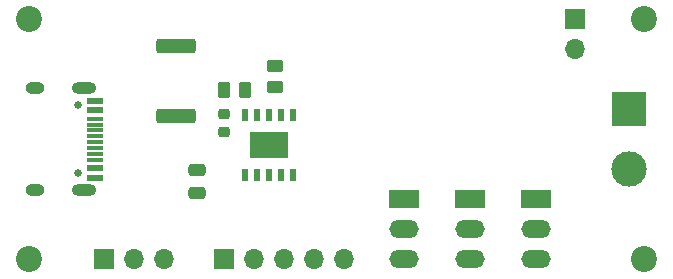
<source format=gts>
G04 #@! TF.GenerationSoftware,KiCad,Pcbnew,(6.0.10-0)*
G04 #@! TF.CreationDate,2023-02-24T11:02:46+09:00*
G04 #@! TF.ProjectId,CH224K_PD_Decoy,43483232-344b-45f5-9044-5f4465636f79,0.5*
G04 #@! TF.SameCoordinates,Original*
G04 #@! TF.FileFunction,Soldermask,Top*
G04 #@! TF.FilePolarity,Negative*
%FSLAX46Y46*%
G04 Gerber Fmt 4.6, Leading zero omitted, Abs format (unit mm)*
G04 Created by KiCad (PCBNEW (6.0.10-0)) date 2023-02-24 11:02:46*
%MOMM*%
%LPD*%
G01*
G04 APERTURE LIST*
G04 Aperture macros list*
%AMRoundRect*
0 Rectangle with rounded corners*
0 $1 Rounding radius*
0 $2 $3 $4 $5 $6 $7 $8 $9 X,Y pos of 4 corners*
0 Add a 4 corners polygon primitive as box body*
4,1,4,$2,$3,$4,$5,$6,$7,$8,$9,$2,$3,0*
0 Add four circle primitives for the rounded corners*
1,1,$1+$1,$2,$3*
1,1,$1+$1,$4,$5*
1,1,$1+$1,$6,$7*
1,1,$1+$1,$8,$9*
0 Add four rect primitives between the rounded corners*
20,1,$1+$1,$2,$3,$4,$5,0*
20,1,$1+$1,$4,$5,$6,$7,0*
20,1,$1+$1,$6,$7,$8,$9,0*
20,1,$1+$1,$8,$9,$2,$3,0*%
G04 Aperture macros list end*
%ADD10RoundRect,0.250000X0.262500X0.450000X-0.262500X0.450000X-0.262500X-0.450000X0.262500X-0.450000X0*%
%ADD11R,2.500000X1.500000*%
%ADD12O,2.500000X1.500000*%
%ADD13C,2.200000*%
%ADD14R,3.000000X3.000000*%
%ADD15C,3.000000*%
%ADD16R,3.200000X2.300000*%
%ADD17R,0.510000X1.100000*%
%ADD18RoundRect,0.250000X1.425000X-0.362500X1.425000X0.362500X-1.425000X0.362500X-1.425000X-0.362500X0*%
%ADD19R,1.700000X1.700000*%
%ADD20O,1.700000X1.700000*%
%ADD21RoundRect,0.250000X0.450000X-0.262500X0.450000X0.262500X-0.450000X0.262500X-0.450000X-0.262500X0*%
%ADD22RoundRect,0.218750X-0.256250X0.218750X-0.256250X-0.218750X0.256250X-0.218750X0.256250X0.218750X0*%
%ADD23C,0.650000*%
%ADD24R,1.450000X0.600000*%
%ADD25R,1.450000X0.300000*%
%ADD26O,1.600000X1.000000*%
%ADD27O,2.100000X1.000000*%
%ADD28RoundRect,0.250000X0.475000X-0.250000X0.475000X0.250000X-0.475000X0.250000X-0.475000X-0.250000X0*%
G04 APERTURE END LIST*
D10*
X93241500Y-79629000D03*
X91416500Y-79629000D03*
D11*
X117856000Y-88900000D03*
D12*
X117856000Y-91440000D03*
X117856000Y-93980000D03*
D13*
X127000000Y-73660000D03*
D14*
X125730000Y-81280000D03*
D15*
X125730000Y-86360000D03*
D13*
X127000000Y-93980000D03*
D16*
X95250000Y-84328000D03*
D17*
X93250000Y-86878000D03*
X94250000Y-86878000D03*
X95250000Y-86878000D03*
X96250000Y-86878000D03*
X97250000Y-86878000D03*
X97250000Y-81778000D03*
X96250000Y-81778000D03*
X95250000Y-81778000D03*
X94250000Y-81778000D03*
X93250000Y-81778000D03*
D18*
X87376000Y-81829500D03*
X87376000Y-75904500D03*
D11*
X112268000Y-88900000D03*
D12*
X112268000Y-91440000D03*
X112268000Y-93980000D03*
D19*
X81280000Y-93980000D03*
D20*
X83820000Y-93980000D03*
X86360000Y-93980000D03*
D19*
X121158000Y-73655000D03*
D20*
X121158000Y-76195000D03*
D13*
X74930000Y-93980000D03*
D21*
X95758000Y-79398500D03*
X95758000Y-77573500D03*
D11*
X106680000Y-88900000D03*
D12*
X106680000Y-91440000D03*
X106680000Y-93980000D03*
D22*
X91440000Y-81635500D03*
X91440000Y-83210500D03*
D19*
X91445000Y-93980000D03*
D20*
X93985000Y-93980000D03*
X96525000Y-93980000D03*
X99065000Y-93980000D03*
X101605000Y-93980000D03*
D13*
X74930000Y-73660000D03*
D23*
X79054000Y-80930000D03*
X79054000Y-86710000D03*
D24*
X80499000Y-80570000D03*
X80499000Y-81370000D03*
D25*
X80499000Y-82570000D03*
X80499000Y-83570000D03*
X80499000Y-84070000D03*
X80499000Y-85070000D03*
D24*
X80499000Y-86270000D03*
X80499000Y-87070000D03*
X80499000Y-87070000D03*
X80499000Y-86270000D03*
D25*
X80499000Y-85570000D03*
X80499000Y-84570000D03*
X80499000Y-83070000D03*
X80499000Y-82070000D03*
D24*
X80499000Y-81370000D03*
X80499000Y-80570000D03*
D26*
X75404000Y-88140000D03*
D27*
X79584000Y-88140000D03*
X79584000Y-79500000D03*
D26*
X75404000Y-79500000D03*
D28*
X89154000Y-88326000D03*
X89154000Y-86426000D03*
M02*

</source>
